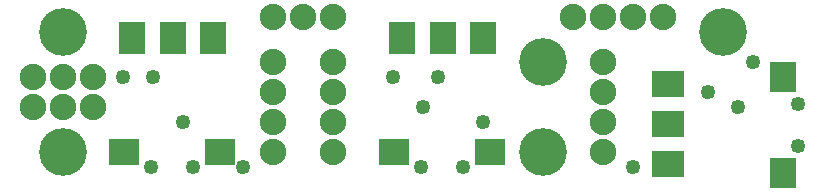
<source format=gts>
G04 MADE WITH FRITZING*
G04 WWW.FRITZING.ORG*
G04 DOUBLE SIDED*
G04 HOLES PLATED*
G04 CONTOUR ON CENTER OF CONTOUR VECTOR*
%ASAXBY*%
%FSLAX23Y23*%
%MOIN*%
%OFA0B0*%
%SFA1.0B1.0*%
%ADD10C,0.049361*%
%ADD11C,0.159000*%
%ADD12C,0.088000*%
%ADD13C,0.049370*%
%ADD14R,0.098792X0.088736*%
%ADD15R,0.088750X0.108417*%
%ADD16R,0.098778X0.088736*%
%ADD17R,0.088208X0.108417*%
%ADD18R,0.088736X0.098792*%
%ADD19R,0.108417X0.088750*%
%ADD20R,0.088736X0.098778*%
%ADD21R,0.108417X0.088208*%
%LNMASK1*%
G90*
G70*
G54D10*
X464Y88D03*
X603Y88D03*
X1364Y88D03*
X1503Y88D03*
X2620Y161D03*
X2620Y300D03*
G54D11*
X2369Y539D03*
G54D12*
X869Y439D03*
X869Y339D03*
X869Y239D03*
X869Y139D03*
X1069Y439D03*
X1069Y339D03*
X1069Y239D03*
X1069Y139D03*
X1969Y439D03*
X1969Y339D03*
X1969Y239D03*
X1969Y139D03*
G54D11*
X169Y539D03*
X169Y139D03*
X1769Y139D03*
G54D12*
X869Y589D03*
X969Y589D03*
X1069Y589D03*
X1869Y589D03*
X1969Y589D03*
X2069Y589D03*
X2169Y589D03*
G54D13*
X569Y239D03*
X469Y389D03*
X369Y389D03*
X769Y89D03*
X1369Y289D03*
X1569Y239D03*
X1269Y389D03*
X1419Y389D03*
X2469Y439D03*
X2069Y89D03*
X2419Y289D03*
X2319Y339D03*
G54D11*
X1769Y439D03*
G54D12*
X69Y389D03*
X169Y389D03*
X269Y389D03*
X69Y289D03*
X169Y289D03*
X269Y289D03*
G54D14*
X692Y139D03*
G54D15*
X535Y521D03*
G54D16*
X374Y139D03*
G54D15*
X670Y521D03*
G54D17*
X401Y521D03*
G54D14*
X1592Y139D03*
G54D15*
X1435Y521D03*
G54D16*
X1274Y139D03*
G54D15*
X1570Y521D03*
G54D17*
X1301Y521D03*
G54D18*
X2569Y389D03*
G54D19*
X2187Y232D03*
G54D20*
X2569Y71D03*
G54D19*
X2187Y367D03*
G54D21*
X2187Y98D03*
G04 End of Mask1*
M02*
</source>
